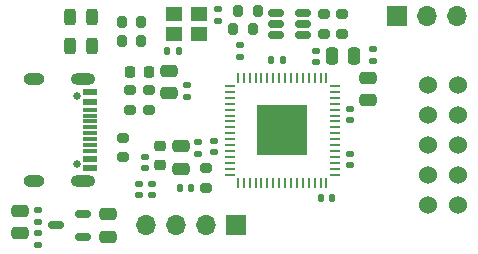
<source format=gbr>
%TF.GenerationSoftware,KiCad,Pcbnew,7.0.7*%
%TF.CreationDate,2024-02-11T21:42:06-08:00*%
%TF.ProjectId,PGL_FTDI_Prog,50474c5f-4654-4444-995f-50726f672e6b,rev?*%
%TF.SameCoordinates,Original*%
%TF.FileFunction,Soldermask,Top*%
%TF.FilePolarity,Negative*%
%FSLAX46Y46*%
G04 Gerber Fmt 4.6, Leading zero omitted, Abs format (unit mm)*
G04 Created by KiCad (PCBNEW 7.0.7) date 2024-02-11 21:42:06*
%MOMM*%
%LPD*%
G01*
G04 APERTURE LIST*
G04 Aperture macros list*
%AMRoundRect*
0 Rectangle with rounded corners*
0 $1 Rounding radius*
0 $2 $3 $4 $5 $6 $7 $8 $9 X,Y pos of 4 corners*
0 Add a 4 corners polygon primitive as box body*
4,1,4,$2,$3,$4,$5,$6,$7,$8,$9,$2,$3,0*
0 Add four circle primitives for the rounded corners*
1,1,$1+$1,$2,$3*
1,1,$1+$1,$4,$5*
1,1,$1+$1,$6,$7*
1,1,$1+$1,$8,$9*
0 Add four rect primitives between the rounded corners*
20,1,$1+$1,$2,$3,$4,$5,0*
20,1,$1+$1,$4,$5,$6,$7,0*
20,1,$1+$1,$6,$7,$8,$9,0*
20,1,$1+$1,$8,$9,$2,$3,0*%
G04 Aperture macros list end*
%ADD10RoundRect,0.140000X-0.170000X0.140000X-0.170000X-0.140000X0.170000X-0.140000X0.170000X0.140000X0*%
%ADD11RoundRect,0.250000X-0.475000X0.250000X-0.475000X-0.250000X0.475000X-0.250000X0.475000X0.250000X0*%
%ADD12RoundRect,0.140000X0.170000X-0.140000X0.170000X0.140000X-0.170000X0.140000X-0.170000X-0.140000X0*%
%ADD13RoundRect,0.243750X0.243750X0.456250X-0.243750X0.456250X-0.243750X-0.456250X0.243750X-0.456250X0*%
%ADD14RoundRect,0.200000X-0.275000X0.200000X-0.275000X-0.200000X0.275000X-0.200000X0.275000X0.200000X0*%
%ADD15RoundRect,0.062500X-0.337500X-0.062500X0.337500X-0.062500X0.337500X0.062500X-0.337500X0.062500X0*%
%ADD16RoundRect,0.062500X-0.062500X-0.337500X0.062500X-0.337500X0.062500X0.337500X-0.062500X0.337500X0*%
%ADD17R,4.350000X4.350000*%
%ADD18RoundRect,0.200000X0.275000X-0.200000X0.275000X0.200000X-0.275000X0.200000X-0.275000X-0.200000X0*%
%ADD19RoundRect,0.200000X0.200000X0.275000X-0.200000X0.275000X-0.200000X-0.275000X0.200000X-0.275000X0*%
%ADD20RoundRect,0.218750X0.218750X0.256250X-0.218750X0.256250X-0.218750X-0.256250X0.218750X-0.256250X0*%
%ADD21RoundRect,0.200000X-0.200000X-0.275000X0.200000X-0.275000X0.200000X0.275000X-0.200000X0.275000X0*%
%ADD22RoundRect,0.140000X-0.140000X-0.170000X0.140000X-0.170000X0.140000X0.170000X-0.140000X0.170000X0*%
%ADD23RoundRect,0.140000X0.140000X0.170000X-0.140000X0.170000X-0.140000X-0.170000X0.140000X-0.170000X0*%
%ADD24C,1.524000*%
%ADD25R,1.700000X1.700000*%
%ADD26O,1.700000X1.700000*%
%ADD27RoundRect,0.250000X0.475000X-0.250000X0.475000X0.250000X-0.475000X0.250000X-0.475000X-0.250000X0*%
%ADD28R,1.400000X1.200000*%
%ADD29RoundRect,0.218750X-0.256250X0.218750X-0.256250X-0.218750X0.256250X-0.218750X0.256250X0.218750X0*%
%ADD30RoundRect,0.250000X-0.250000X-0.475000X0.250000X-0.475000X0.250000X0.475000X-0.250000X0.475000X0*%
%ADD31RoundRect,0.150000X0.512500X0.150000X-0.512500X0.150000X-0.512500X-0.150000X0.512500X-0.150000X0*%
%ADD32C,0.650000*%
%ADD33R,1.150000X0.600000*%
%ADD34R,1.150000X0.300000*%
%ADD35O,2.100000X1.000000*%
%ADD36O,1.800000X1.000000*%
G04 APERTURE END LIST*
D10*
%TO.C,C9*%
X69800000Y-69220000D03*
X69800000Y-70180000D03*
%TD*%
D11*
%TO.C,C13*%
X81850000Y-61850000D03*
X81850000Y-63750000D03*
%TD*%
D12*
%TO.C,C1*%
X78800000Y-63680000D03*
X78800000Y-62720000D03*
%TD*%
D13*
%TO.C,D2*%
X74387500Y-50950000D03*
X72512500Y-50950000D03*
%TD*%
D12*
%TO.C,C26*%
X93300000Y-54760000D03*
X93300000Y-53800000D03*
%TD*%
D10*
%TO.C,C2*%
X98100000Y-53640000D03*
X98100000Y-54600000D03*
%TD*%
D14*
%TO.C,R6*%
X84000000Y-63725000D03*
X84000000Y-65375000D03*
%TD*%
%TO.C,R8*%
X76950000Y-61125000D03*
X76950000Y-62775000D03*
%TD*%
D15*
%TO.C,U5*%
X86000000Y-56750000D03*
X86000000Y-57250000D03*
X86000000Y-57750000D03*
X86000000Y-58250000D03*
X86000000Y-58750000D03*
X86000000Y-59250000D03*
X86000000Y-59750000D03*
X86000000Y-60250000D03*
X86000000Y-60750000D03*
X86000000Y-61250000D03*
X86000000Y-61750000D03*
X86000000Y-62250000D03*
X86000000Y-62750000D03*
X86000000Y-63250000D03*
X86000000Y-63750000D03*
X86000000Y-64250000D03*
D16*
X86700000Y-64950000D03*
X87200000Y-64950000D03*
X87700000Y-64950000D03*
X88200000Y-64950000D03*
X88700000Y-64950000D03*
X89200000Y-64950000D03*
X89700000Y-64950000D03*
X90200000Y-64950000D03*
X90700000Y-64950000D03*
X91200000Y-64950000D03*
X91700000Y-64950000D03*
X92200000Y-64950000D03*
X92700000Y-64950000D03*
X93200000Y-64950000D03*
X93700000Y-64950000D03*
X94200000Y-64950000D03*
D15*
X94900000Y-64250000D03*
X94900000Y-63750000D03*
X94900000Y-63250000D03*
X94900000Y-62750000D03*
X94900000Y-62250000D03*
X94900000Y-61750000D03*
X94900000Y-61250000D03*
X94900000Y-60750000D03*
X94900000Y-60250000D03*
X94900000Y-59750000D03*
X94900000Y-59250000D03*
X94900000Y-58750000D03*
X94900000Y-58250000D03*
X94900000Y-57750000D03*
X94900000Y-57250000D03*
X94900000Y-56750000D03*
D16*
X94200000Y-56050000D03*
X93700000Y-56050000D03*
X93200000Y-56050000D03*
X92700000Y-56050000D03*
X92200000Y-56050000D03*
X91700000Y-56050000D03*
X91200000Y-56050000D03*
X90700000Y-56050000D03*
X90200000Y-56050000D03*
X89700000Y-56050000D03*
X89200000Y-56050000D03*
X88700000Y-56050000D03*
X88200000Y-56050000D03*
X87700000Y-56050000D03*
X87200000Y-56050000D03*
X86700000Y-56050000D03*
D17*
X90450000Y-60500000D03*
%TD*%
D11*
%TO.C,C27*%
X75700000Y-67600000D03*
X75700000Y-69500000D03*
%TD*%
D18*
%TO.C,R2*%
X94000000Y-52325000D03*
X94000000Y-50675000D03*
%TD*%
D19*
%TO.C,R5*%
X88400000Y-50400000D03*
X86750000Y-50400000D03*
%TD*%
D20*
%TO.C,FB1*%
X79137500Y-55600000D03*
X77562500Y-55600000D03*
%TD*%
D12*
%TO.C,C4*%
X84650000Y-62380000D03*
X84650000Y-61420000D03*
%TD*%
D21*
%TO.C,R11*%
X76875000Y-51350000D03*
X78525000Y-51350000D03*
%TD*%
D22*
%TO.C,C19*%
X93700000Y-66250000D03*
X94660000Y-66250000D03*
%TD*%
D23*
%TO.C,C16*%
X90480000Y-54550000D03*
X89520000Y-54550000D03*
%TD*%
D13*
%TO.C,D3*%
X74387500Y-53350000D03*
X72512500Y-53350000D03*
%TD*%
D24*
%TO.C,U7*%
X102810000Y-56690000D03*
X105350000Y-56690000D03*
X102810000Y-59230000D03*
X105350000Y-59230000D03*
X102810000Y-61770000D03*
X105350000Y-61770000D03*
X102810000Y-64310000D03*
X105350000Y-64310000D03*
X102810000Y-66850000D03*
X105350000Y-66850000D03*
%TD*%
D12*
%TO.C,C22*%
X85000000Y-51230000D03*
X85000000Y-50270000D03*
%TD*%
D25*
%TO.C,J1*%
X100160000Y-50850000D03*
D26*
X102700000Y-50850000D03*
X105240000Y-50850000D03*
%TD*%
D19*
%TO.C,R1*%
X87975000Y-51950000D03*
X86325000Y-51950000D03*
%TD*%
D12*
%TO.C,C24*%
X79400000Y-65980000D03*
X79400000Y-65020000D03*
%TD*%
%TO.C,C5*%
X82400000Y-57655000D03*
X82400000Y-56695000D03*
%TD*%
D10*
%TO.C,C10*%
X96200000Y-62520000D03*
X96200000Y-63480000D03*
%TD*%
D27*
%TO.C,C11*%
X68250000Y-69200000D03*
X68250000Y-67300000D03*
%TD*%
D14*
%TO.C,R7*%
X77600000Y-57100000D03*
X77600000Y-58750000D03*
%TD*%
D10*
%TO.C,C12*%
X83350000Y-61520000D03*
X83350000Y-62480000D03*
%TD*%
D12*
%TO.C,C6*%
X78350000Y-65980000D03*
X78350000Y-65020000D03*
%TD*%
D28*
%TO.C,Y1*%
X83450000Y-50650000D03*
X81250000Y-50650000D03*
X81250000Y-52350000D03*
X83450000Y-52350000D03*
%TD*%
D12*
%TO.C,C18*%
X96200000Y-59630000D03*
X96200000Y-58670000D03*
%TD*%
D29*
%TO.C,FB2*%
X80100000Y-61850000D03*
X80100000Y-63425000D03*
%TD*%
D23*
%TO.C,C23*%
X81680000Y-53750000D03*
X80720000Y-53750000D03*
%TD*%
D12*
%TO.C,C14*%
X69800000Y-68230000D03*
X69800000Y-67270000D03*
%TD*%
D30*
%TO.C,C7*%
X94650000Y-54200000D03*
X96550000Y-54200000D03*
%TD*%
D18*
%TO.C,R3*%
X95550000Y-52325000D03*
X95550000Y-50675000D03*
%TD*%
D27*
%TO.C,C17*%
X97700000Y-57950000D03*
X97700000Y-56050000D03*
%TD*%
D12*
%TO.C,C15*%
X86850000Y-54280000D03*
X86850000Y-53320000D03*
%TD*%
D31*
%TO.C,U1*%
X73575000Y-69500000D03*
X73575000Y-67600000D03*
X71300000Y-68550000D03*
%TD*%
D32*
%TO.C,P1*%
X73105000Y-57610000D03*
X73105000Y-63390000D03*
D33*
X74180000Y-57300000D03*
X74180000Y-58100000D03*
D34*
X74180000Y-59250000D03*
X74180000Y-60250000D03*
X74180000Y-60750000D03*
X74180000Y-61750000D03*
D33*
X74180000Y-62900000D03*
X74180000Y-63700000D03*
X74180000Y-63700000D03*
X74180000Y-62900000D03*
D34*
X74180000Y-62250000D03*
X74180000Y-61250000D03*
X74180000Y-59750000D03*
X74180000Y-58750000D03*
D33*
X74180000Y-58100000D03*
X74180000Y-57300000D03*
D35*
X73605000Y-56180000D03*
D36*
X69425000Y-56180000D03*
D35*
X73605000Y-64820000D03*
D36*
X69425000Y-64820000D03*
%TD*%
D27*
%TO.C,C8*%
X80900000Y-57375000D03*
X80900000Y-55475000D03*
%TD*%
D21*
%TO.C,R14*%
X76875000Y-52950000D03*
X78525000Y-52950000D03*
%TD*%
D23*
%TO.C,C25*%
X82730000Y-65350000D03*
X81770000Y-65350000D03*
%TD*%
D25*
%TO.C,J3*%
X86520000Y-68500000D03*
D26*
X83980000Y-68500000D03*
X81440000Y-68500000D03*
X78900000Y-68500000D03*
%TD*%
D14*
%TO.C,R4*%
X79150000Y-57100000D03*
X79150000Y-58750000D03*
%TD*%
D31*
%TO.C,U4*%
X92237500Y-52450000D03*
X92237500Y-51500000D03*
X92237500Y-50550000D03*
X89962500Y-50550000D03*
X89962500Y-51500000D03*
X89962500Y-52450000D03*
%TD*%
M02*

</source>
